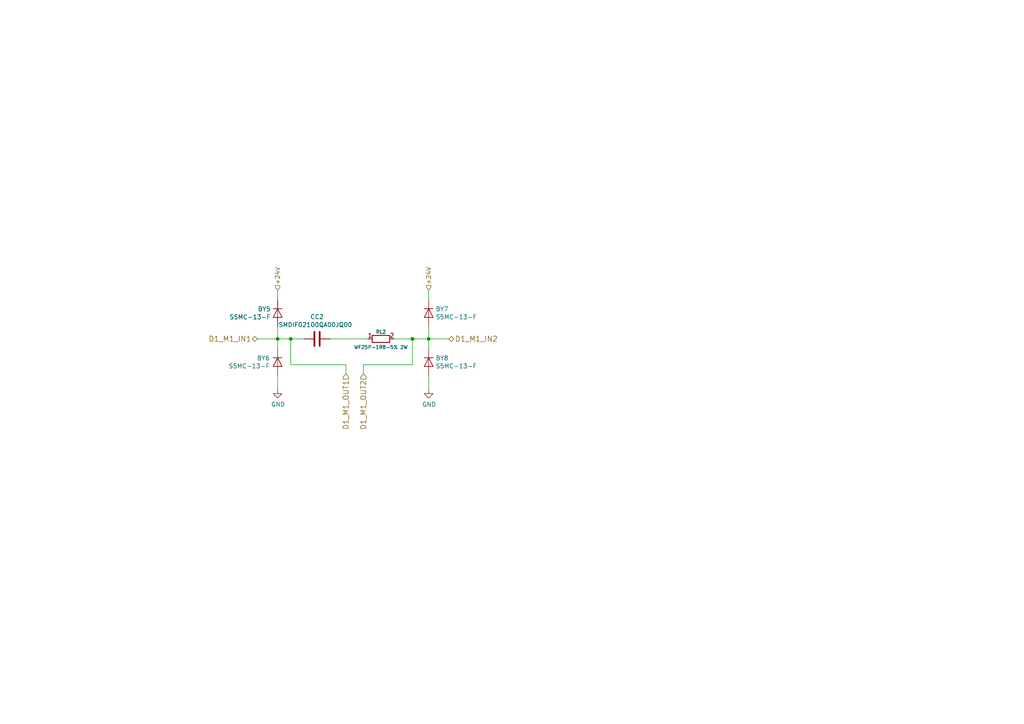
<source format=kicad_sch>
(kicad_sch (version 20220126) (generator eeschema)
  (paper "A4")
  (title_block (title "Ardumower shield SVN Version") (date "2021-01-18") (rev "1.4") (company "ML AG JL BS UZ") (comment 1 "Schaltplan und Layout UweZ"))
  (lib_symbols
    (symbol "ardumower-mega-shield-svn-rescue:C-RESCUE-ardumower_mega_shield_svn" (pin_numbers hide) (pin_names (offset 0.254))
      (property "Reference" "C" (at 0.635 2.54 0))
      (property "Value" "C-RESCUE-ardumower_mega_shield_svn" (at 0.635 -2.54 0))
      (symbol "C-RESCUE-ardumower_mega_shield_svn_0_1"
        (polyline (pts (xy -2.032 -0.762) (xy 2.032 -0.762)) (stroke (width 0.508)))
        (polyline (pts (xy -2.032 0.762) (xy 2.032 0.762)) (stroke (width 0.508)))
      )
      (symbol "C-RESCUE-ardumower_mega_shield_svn_1_1"
        (pin passive line (at 0 3.81 270) (length 2.794) (name "~") (number "1"))
        (pin passive line (at 0 -3.81 90) (length 2.794) (name "~") (number "2"))
      )
    )
    (symbol "ardumower-mega-shield-svn-rescue:D-RESCUE-ardumower_mega_shield_svn" (pin_numbers hide) (pin_names hide)
      (property "Reference" "D" (at 0 2.54 0))
      (property "Value" "D-RESCUE-ardumower_mega_shield_svn" (at 0 -2.54 0))
      (symbol "D-RESCUE-ardumower_mega_shield_svn_0_1"
        (polyline (pts (xy -1.27 1.27) (xy -1.27 -1.27)) (stroke (width 0.2032)))
        (polyline (pts (xy 1.27 0) (xy -1.27 0)))
        (polyline (pts (xy 1.27 1.27) (xy 1.27 -1.27) (xy -1.27 0) (xy 1.27 1.27)) (stroke (width 0.2032)))
      )
      (symbol "D-RESCUE-ardumower_mega_shield_svn_1_1"
        (pin passive line (at -3.81 0 0) (length 2.54) (name "K") (number "1"))
        (pin passive line (at 3.81 0 180) (length 2.54) (name "A") (number "2"))
      )
    )
    (symbol "ardumower-mega-shield-svn-rescue:GND-RESCUE-ardumower_mega_shield_svn" (power) (pin_names (offset 0))
      (property "Value" "GND-RESCUE-ardumower_mega_shield_svn" (at 0 -3.81 0))
      (symbol "GND-RESCUE-ardumower_mega_shield_svn_0_1"
        (polyline (pts (xy 0 0) (xy 0 -1.27) (xy 1.27 -1.27) (xy 0 -2.54) (xy -1.27 -1.27) (xy 0 -1.27)))
      )
      (symbol "GND-RESCUE-ardumower_mega_shield_svn_1_1"
        (pin power_in line (at 0 0 270) (length 0) hide (name "GND") (number "1"))
      )
    )
    (symbol "ardumower-mega-shield-svn-rescue:R-RESCUE-ardumower_mega_shield_svn" (pin_names (offset 0))
      (property "Reference" "R" (at 2.032 0 90))
      (property "Value" "R-RESCUE-ardumower_mega_shield_svn" (at 0 0 90))
      (symbol "R-RESCUE-ardumower_mega_shield_svn_0_1"
        (rectangle (start -1.016 -2.54) (end 1.016 2.54) (stroke (width 0.254)))
      )
      (symbol "R-RESCUE-ardumower_mega_shield_svn_1_1"
        (pin passive line (at 0 3.81 270) (length 1.27) (name "~") (number "1"))
        (pin passive line (at 0 -3.81 90) (length 1.27) (name "~") (number "2"))
      )
    )
  )
  (junction (at 119.634 98.298) (diameter 0.9144))
  (junction (at 124.333 98.298) (diameter 0.9144))
  (junction (at 80.518 98.298) (diameter 0.9144))
  (junction (at 84.328 98.298) (diameter 0.9144))
  (wire (pts (xy 124.333 98.298) (xy 124.333 101.219)))
  (wire (pts (xy 74.676 98.298) (xy 80.518 98.298)))
  (wire (pts (xy 80.518 94.615) (xy 80.518 98.298)))
  (wire (pts (xy 100.33 105.791) (xy 100.33 108.458)))
  (wire (pts (xy 119.634 98.298) (xy 119.634 105.791)))
  (wire (pts (xy 80.518 98.298) (xy 84.328 98.298)))
  (wire (pts (xy 124.333 84.074) (xy 124.333 86.995)))
  (wire (pts (xy 114.3 98.298) (xy 119.634 98.298)))
  (wire (pts (xy 80.518 84.074) (xy 80.518 86.995)))
  (wire (pts (xy 84.328 98.298) (xy 88.138 98.298)))
  (wire (pts (xy 124.333 94.615) (xy 124.333 98.298)))
  (wire (pts (xy 119.634 98.298) (xy 124.333 98.298)))
  (wire (pts (xy 95.758 98.298) (xy 106.68 98.298)))
  (wire (pts (xy 124.333 98.298) (xy 130.175 98.298)))
  (wire (pts (xy 84.328 105.791) (xy 100.33 105.791)))
  (wire (pts (xy 80.518 98.298) (xy 80.518 101.219)))
  (wire (pts (xy 105.41 105.791) (xy 119.634 105.791)))
  (wire (pts (xy 80.518 108.839) (xy 80.518 112.903)))
  (wire (pts (xy 124.333 108.839) (xy 124.333 112.903)))
  (wire (pts (xy 105.41 105.791) (xy 105.41 108.458)))
  (wire (pts (xy 84.328 98.298) (xy 84.328 105.791)))
  (hierarchical_label "D1_M1_IN1" (shape bidirectional) (at 74.676 98.298 180) (effects (font (size 1.524 1.524))))
  (hierarchical_label "+24V" (shape input) (at 124.333 84.074 90))
  (hierarchical_label "D1_M1_OUT2" (shape input) (at 105.41 108.458 270) (effects (font (size 1.524 1.524))))
  (hierarchical_label "D1_M1_IN2" (shape bidirectional) (at 130.175 98.298 0) (effects (font (size 1.524 1.524))))
  (hierarchical_label "D1_M1_OUT1" (shape input) (at 100.33 108.458 270) (effects (font (size 1.524 1.524))))
  (hierarchical_label "+24V" (shape input) (at 80.518 84.074 90))
  (symbol (lib_id "ardumower-mega-shield-svn-rescue:R-RESCUE-ardumower_mega_shield_svn") (at 110.49 98.298 90) (unit 1)
    (property "Reference" "RL2" (at 110.49 96.266 90) (effects (font (size 1.016 1.016))))
    (property "Value" "WF25P-1R8-5% 2W" (at 110.49 100.711 90) (effects (font (size 1.016 1.016))))
    (property "Footprint" "Resistor_SMD:R_2512_6332Metric" (effects hide))
    (property "Datasheet" "https://www.tme.eu/Document/dcea175af74a96da8f0c5f1e32b032d2/ASC_WF25-20-12P_V10.pdf" (effects hide))
    (property "Bestellnummer" "WF25P1R8JTL" (effects hide))
    (property "Technische Daten" "Widerstand SMD; 2512; 1.8Ω; 2W; ±5%; -55÷155°C " (effects hide))
    (property "Funktion" "Widerstand SMD; 2512; 1.8Ω; 2W; ±5%; -55÷155°C " (effects hide))
    (property "Bestelllink" "https://www.tme.eu/en/details/wf25p-1r8-5%25/2512-smd-resistors/walsin/wf25p1r8jtl/" (effects hide))
    (property "JLCPCB LCSC Part" "C25473" (effects hide))
  )
  (symbol (lib_id "ardumower-mega-shield-svn-rescue:C-RESCUE-ardumower_mega_shield_svn") (at 91.948 98.298 90) (unit 1)
    (property "Reference" "CC2" (at 91.948 91.8972 90))
    (property "Value" "SMDIF02100QA00JQ00 " (at 91.948 94.2086 90))
    (property "Footprint" "Capacitor_SMD:C_1206_3216Metric" (effects hide))
    (property "Datasheet" "https://www.mouser.de/datasheet/2/440/e_WIMA_SMD_PPS-1139945.pdf" (effects hide))
    (property "Gehäuseart" "1206" (effects hide))
    (property "Bestelllink" "https://www.mouser.de/ProductDetail/WIMA/SMDIF02100QA00JQ00?qs=KSac9zHBIo3rfA7nKOuWBw%3D%3D" (effects hide))
    (property "Technische Daten" "Film Capacitors 250V .01uF 5% TOL MAX REFLOW 250/C " (effects hide))
    (property "Mouser Datenblatt" "https://www.mouser.de/datasheet/2/440/e_WIMA_SMD_PPS-1139945.pdf" (effects hide))
    (property "Funktion" "Film Capacitors 250V .01uF 5% TOL MAX REFLOW 250/C" (effects hide))
    (property "JLCPCB LCSC Part" "C1944" (effects hide))
  )
  (symbol (lib_id "ardumower-mega-shield-svn-rescue:GND-RESCUE-ardumower_mega_shield_svn") (at 124.333 112.903 0) (unit 1)
    (property "Reference" "#PWR025" (effects hide))
    (property "Value" "GND" (at 124.46 117.2972 0))
  )
  (symbol (lib_id "ardumower-mega-shield-svn-rescue:GND-RESCUE-ardumower_mega_shield_svn") (at 80.518 112.903 0) (unit 1)
    (property "Reference" "#PWR026" (effects hide))
    (property "Value" "GND" (at 80.645 117.2972 0))
  )
  (symbol (lib_id "ardumower-mega-shield-svn-rescue:D-RESCUE-ardumower_mega_shield_svn") (at 124.333 90.805 270) (unit 1)
    (property "Reference" "BY7" (at 126.3142 89.6366 90) (effects (justify left)))
    (property "Value" "S5MC-13-F" (at 126.3142 91.948 90) (effects (justify left)))
    (property "Footprint" "Diode_SMD:D_SMC" (effects hide))
    (property "Datasheet" "https://www.mouser.de/datasheet/2/115/ds16007-37966.pdf" (effects hide))
    (property "Gehäuseart" "SMC" (effects hide))
    (property "Bestelllink" "https://www.mouser.de/ProductDetail/Diodes-Incorporated/S5MC-13-F?qs=xKg2%2Fz3XHc%252B1zUvQcK7GkA==" (effects hide))
    (property "Technische Daten" "Gleichrichter 1000V 5A" (effects hide))
    (property "Bestellnummer" "Value" (effects hide))
    (property "JLCPCB LCSC Part" "C123929" (effects hide))
    (property "JLCPCB Basic / Extern" "1" (effects hide))
  )
  (symbol (lib_id "ardumower-mega-shield-svn-rescue:D-RESCUE-ardumower_mega_shield_svn") (at 124.333 105.029 270) (unit 1)
    (property "Reference" "BY8" (at 126.3142 103.8606 90) (effects (justify left)))
    (property "Value" "S5MC-13-F" (at 126.3142 106.172 90) (effects (justify left)))
    (property "Footprint" "Diode_SMD:D_SMC" (effects hide))
    (property "Datasheet" "https://www.mouser.de/datasheet/2/115/ds16007-37966.pdf" (effects hide))
    (property "Gehäuseart" "SMC" (effects hide))
    (property "Bestelllink" "https://www.mouser.de/ProductDetail/Diodes-Incorporated/S5MC-13-F?qs=xKg2%2Fz3XHc%252B1zUvQcK7GkA==" (effects hide))
    (property "Technische Daten" "Gleichrichter 1000V 5A" (effects hide))
    (property "Bestellnummer" "Value" (effects hide))
    (property "JLCPCB LCSC Part" "C123929" (effects hide))
    (property "JLCPCB Basic / Extern" "1" (effects hide))
  )
  (symbol (lib_id "ardumower-mega-shield-svn-rescue:D-RESCUE-ardumower_mega_shield_svn") (at 80.518 90.805 90) (mirror x) (unit 1)
    (property "Reference" "BY5" (at 78.5368 89.6366 90) (effects (justify left)))
    (property "Value" "S5MC-13-F" (at 78.5368 91.948 90) (effects (justify left)))
    (property "Footprint" "Diode_SMD:D_SMC" (effects hide))
    (property "Datasheet" "https://www.mouser.de/datasheet/2/115/ds16007-37966.pdf" (effects hide))
    (property "Gehäuseart" "SMC" (effects hide))
    (property "Bestelllink" "https://www.mouser.de/ProductDetail/Diodes-Incorporated/S5MC-13-F?qs=xKg2%2Fz3XHc%252B1zUvQcK7GkA==" (effects hide))
    (property "Technische Daten" "Gleichrichter 1000V 5A" (effects hide))
    (property "Bestellnummer" "Value" (effects hide))
    (property "JLCPCB LCSC Part" "C123929" (effects hide))
    (property "JLCPCB Basic / Extern" "1" (effects hide))
  )
  (symbol (lib_id "ardumower-mega-shield-svn-rescue:D-RESCUE-ardumower_mega_shield_svn") (at 80.518 105.029 270) (unit 1)
    (property "Reference" "BY6" (at 78.2828 103.8606 90) (effects (justify right)))
    (property "Value" "S5MC-13-F" (at 78.2828 106.172 90) (effects (justify right)))
    (property "Footprint" "Diode_SMD:D_SMC" (effects hide))
    (property "Datasheet" "https://www.mouser.de/datasheet/2/115/ds16007-37966.pdf" (effects hide))
    (property "Gehäuseart" "SMC" (effects hide))
    (property "Bestelllink" "https://www.mouser.de/ProductDetail/Diodes-Incorporated/S5MC-13-F?qs=xKg2%2Fz3XHc%252B1zUvQcK7GkA==" (effects hide))
    (property "Technische Daten" "Gleichrichter 1000V 5A" (effects hide))
    (property "Funktion" "Gleichrichter 1000V 5A" (effects hide))
    (property "Bestücken (Assemble)" "JA (YES)" (effects hide))
    (property "JLCPCB LCSC Part" "C123929" (effects hide))
    (property "JLCPCB Basic / Extern" "1" (effects hide))
  )
)
</source>
